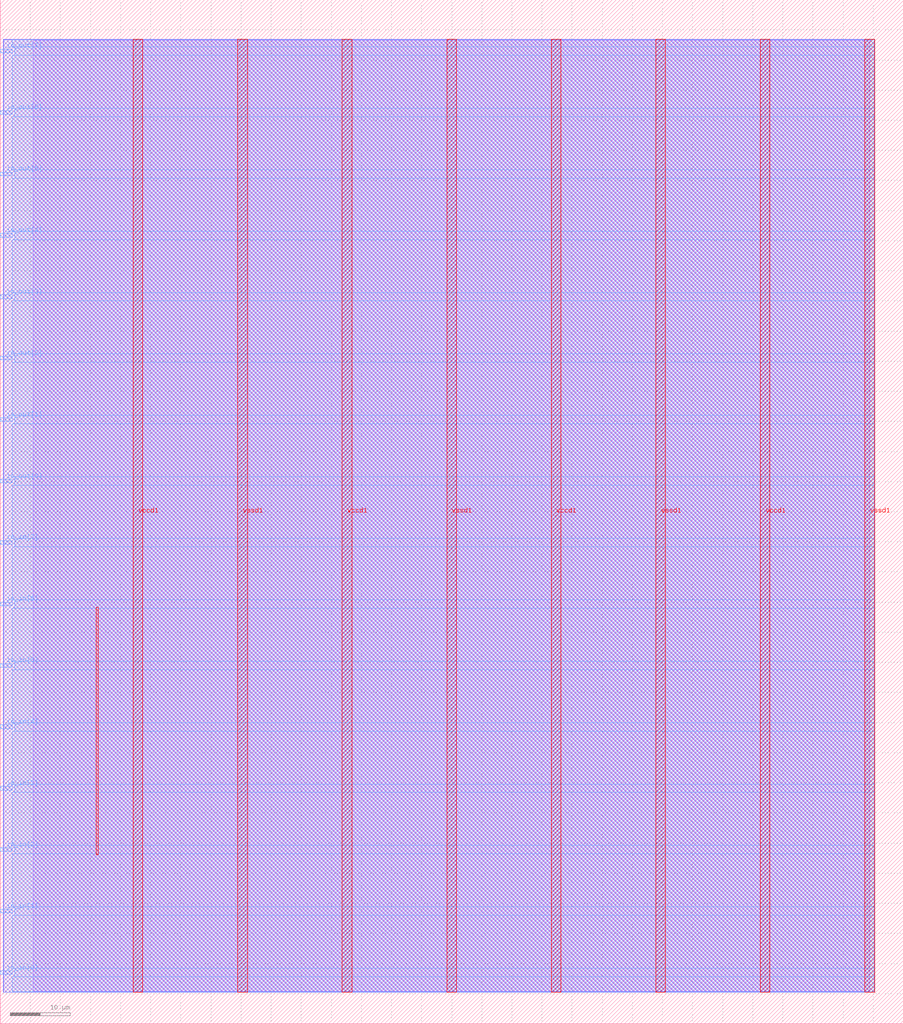
<source format=lef>
VERSION 5.7 ;
  NOWIREEXTENSIONATPIN ON ;
  DIVIDERCHAR "/" ;
  BUSBITCHARS "[]" ;
MACRO user_module_347497504164545108
  CLASS BLOCK ;
  FOREIGN user_module_347497504164545108 ;
  ORIGIN 0.000 0.000 ;
  SIZE 150.000 BY 170.000 ;
  PIN io_in[0]
    DIRECTION INPUT ;
    USE SIGNAL ;
    PORT
      LAYER met3 ;
        RECT 0.000 8.200 2.000 8.800 ;
    END
  END io_in[0]
  PIN io_in[1]
    DIRECTION INPUT ;
    USE SIGNAL ;
    PORT
      LAYER met3 ;
        RECT 0.000 18.400 2.000 19.000 ;
    END
  END io_in[1]
  PIN io_in[2]
    DIRECTION INPUT ;
    USE SIGNAL ;
    PORT
      LAYER met3 ;
        RECT 0.000 28.600 2.000 29.200 ;
    END
  END io_in[2]
  PIN io_in[3]
    DIRECTION INPUT ;
    USE SIGNAL ;
    PORT
      LAYER met3 ;
        RECT 0.000 38.800 2.000 39.400 ;
    END
  END io_in[3]
  PIN io_in[4]
    DIRECTION INPUT ;
    USE SIGNAL ;
    PORT
      LAYER met3 ;
        RECT 0.000 49.000 2.000 49.600 ;
    END
  END io_in[4]
  PIN io_in[5]
    DIRECTION INPUT ;
    USE SIGNAL ;
    PORT
      LAYER met3 ;
        RECT 0.000 59.200 2.000 59.800 ;
    END
  END io_in[5]
  PIN io_in[6]
    DIRECTION INPUT ;
    USE SIGNAL ;
    PORT
      LAYER met3 ;
        RECT 0.000 69.400 2.000 70.000 ;
    END
  END io_in[6]
  PIN io_in[7]
    DIRECTION INPUT ;
    USE SIGNAL ;
    PORT
      LAYER met3 ;
        RECT 0.000 79.600 2.000 80.200 ;
    END
  END io_in[7]
  PIN io_out[0]
    DIRECTION OUTPUT TRISTATE ;
    USE SIGNAL ;
    PORT
      LAYER met3 ;
        RECT 0.000 89.800 2.000 90.400 ;
    END
  END io_out[0]
  PIN io_out[1]
    DIRECTION OUTPUT TRISTATE ;
    USE SIGNAL ;
    PORT
      LAYER met3 ;
        RECT 0.000 100.000 2.000 100.600 ;
    END
  END io_out[1]
  PIN io_out[2]
    DIRECTION OUTPUT TRISTATE ;
    USE SIGNAL ;
    PORT
      LAYER met3 ;
        RECT 0.000 110.200 2.000 110.800 ;
    END
  END io_out[2]
  PIN io_out[3]
    DIRECTION OUTPUT TRISTATE ;
    USE SIGNAL ;
    PORT
      LAYER met3 ;
        RECT 0.000 120.400 2.000 121.000 ;
    END
  END io_out[3]
  PIN io_out[4]
    DIRECTION OUTPUT TRISTATE ;
    USE SIGNAL ;
    PORT
      LAYER met3 ;
        RECT 0.000 130.600 2.000 131.200 ;
    END
  END io_out[4]
  PIN io_out[5]
    DIRECTION OUTPUT TRISTATE ;
    USE SIGNAL ;
    PORT
      LAYER met3 ;
        RECT 0.000 140.800 2.000 141.400 ;
    END
  END io_out[5]
  PIN io_out[6]
    DIRECTION OUTPUT TRISTATE ;
    USE SIGNAL ;
    PORT
      LAYER met3 ;
        RECT 0.000 151.000 2.000 151.600 ;
    END
  END io_out[6]
  PIN io_out[7]
    DIRECTION OUTPUT TRISTATE ;
    USE SIGNAL ;
    PORT
      LAYER met3 ;
        RECT 0.000 161.200 2.000 161.800 ;
    END
  END io_out[7]
  PIN vccd1
    DIRECTION INOUT ;
    USE POWER ;
    PORT
      LAYER met4 ;
        RECT 22.085 5.200 23.685 163.440 ;
    END
    PORT
      LAYER met4 ;
        RECT 56.815 5.200 58.415 163.440 ;
    END
    PORT
      LAYER met4 ;
        RECT 91.545 5.200 93.145 163.440 ;
    END
    PORT
      LAYER met4 ;
        RECT 126.275 5.200 127.875 163.440 ;
    END
  END vccd1
  PIN vssd1
    DIRECTION INOUT ;
    USE GROUND ;
    PORT
      LAYER met4 ;
        RECT 39.450 5.200 41.050 163.440 ;
    END
    PORT
      LAYER met4 ;
        RECT 74.180 5.200 75.780 163.440 ;
    END
    PORT
      LAYER met4 ;
        RECT 108.910 5.200 110.510 163.440 ;
    END
    PORT
      LAYER met4 ;
        RECT 143.640 5.200 145.240 163.440 ;
    END
  END vssd1
  OBS
      LAYER li1 ;
        RECT 5.520 5.355 144.440 163.285 ;
      LAYER met1 ;
        RECT 0.530 5.200 145.240 163.440 ;
      LAYER met2 ;
        RECT 0.560 5.255 145.210 163.385 ;
      LAYER met3 ;
        RECT 2.000 162.200 145.230 163.365 ;
        RECT 2.400 160.800 145.230 162.200 ;
        RECT 2.000 152.000 145.230 160.800 ;
        RECT 2.400 150.600 145.230 152.000 ;
        RECT 2.000 141.800 145.230 150.600 ;
        RECT 2.400 140.400 145.230 141.800 ;
        RECT 2.000 131.600 145.230 140.400 ;
        RECT 2.400 130.200 145.230 131.600 ;
        RECT 2.000 121.400 145.230 130.200 ;
        RECT 2.400 120.000 145.230 121.400 ;
        RECT 2.000 111.200 145.230 120.000 ;
        RECT 2.400 109.800 145.230 111.200 ;
        RECT 2.000 101.000 145.230 109.800 ;
        RECT 2.400 99.600 145.230 101.000 ;
        RECT 2.000 90.800 145.230 99.600 ;
        RECT 2.400 89.400 145.230 90.800 ;
        RECT 2.000 80.600 145.230 89.400 ;
        RECT 2.400 79.200 145.230 80.600 ;
        RECT 2.000 70.400 145.230 79.200 ;
        RECT 2.400 69.000 145.230 70.400 ;
        RECT 2.000 60.200 145.230 69.000 ;
        RECT 2.400 58.800 145.230 60.200 ;
        RECT 2.000 50.000 145.230 58.800 ;
        RECT 2.400 48.600 145.230 50.000 ;
        RECT 2.000 39.800 145.230 48.600 ;
        RECT 2.400 38.400 145.230 39.800 ;
        RECT 2.000 29.600 145.230 38.400 ;
        RECT 2.400 28.200 145.230 29.600 ;
        RECT 2.000 19.400 145.230 28.200 ;
        RECT 2.400 18.000 145.230 19.400 ;
        RECT 2.000 9.200 145.230 18.000 ;
        RECT 2.400 7.800 145.230 9.200 ;
        RECT 2.000 5.275 145.230 7.800 ;
      LAYER met4 ;
        RECT 15.935 28.055 16.265 69.185 ;
  END
END user_module_347497504164545108
END LIBRARY


</source>
